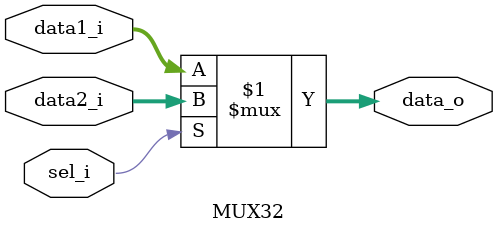
<source format=v>
module MUX32
(
    data1_i,
    data2_i,
    sel_i,
    data_o
);

input   [31:0] data1_i, data2_i;
input   sel_i;
output  [31:0] data_o;

assign data_o = sel_i? data2_i: data1_i;


endmodule
</source>
